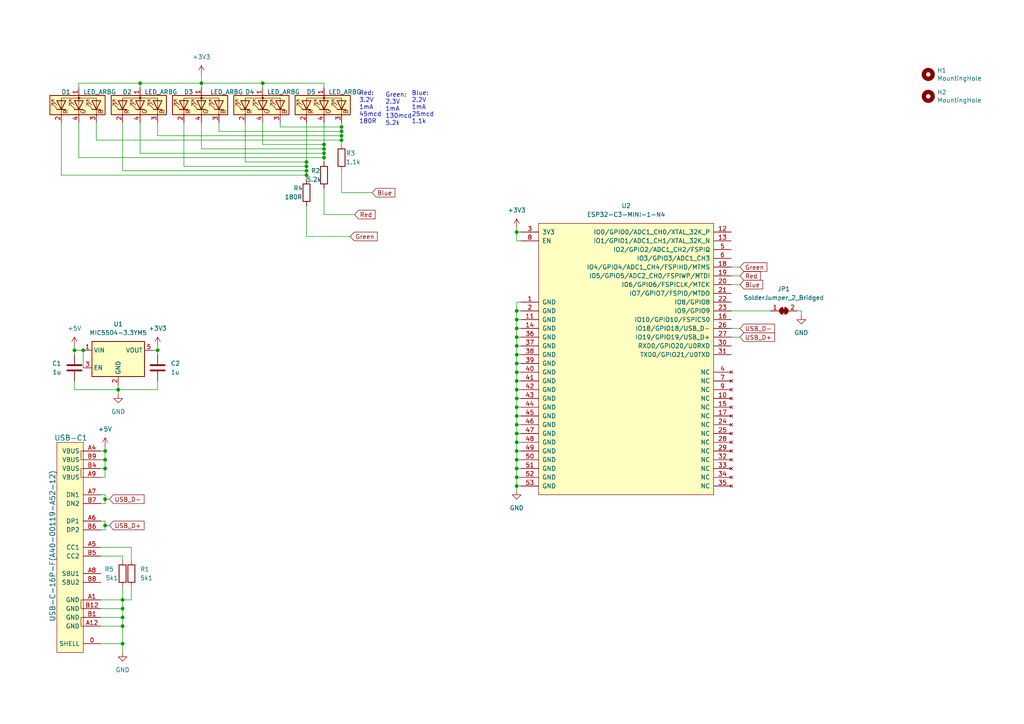
<source format=kicad_sch>
(kicad_sch (version 20230121) (generator eeschema)
  (paper "A4")
  (title_block (title "Rapid Training Target") (date "2023-06-27") (rev "B") (comment 1 "Rev B: Change to integrated MCU") (comment 2 "Rev A: Initial Commit"))
  (lib_symbols
    (symbol "+5V_2" (power) (pin_names (offset 0))
      (property "Value" "+5V_2" (at 0 3.556 0))
      (symbol "+5V_2_0_1"
        (polyline (pts (xy -0.762 1.27) (xy 0 2.54)))
        (polyline (pts (xy 0 0) (xy 0 2.54)))
        (polyline (pts (xy 0 2.54) (xy 0.762 1.27)))
      )
      (symbol "+5V_2_1_1"
        (pin power_in line (at 0 0 90) (length 0) hide (name "+5V") (number "1"))
      )
    )
    (symbol "+5V_3" (power) (pin_names (offset 0))
      (property "Value" "+5V_3" (at 0 3.556 0))
      (symbol "+5V_3_0_1"
        (polyline (pts (xy -0.762 1.27) (xy 0 2.54)))
        (polyline (pts (xy 0 0) (xy 0 2.54)))
        (polyline (pts (xy 0 2.54) (xy 0.762 1.27)))
      )
      (symbol "+5V_3_1_1"
        (pin power_in line (at 0 0 90) (length 0) hide (name "+5V") (number "1"))
      )
    )
    (symbol "Device:C" (pin_numbers hide) (pin_names (offset 0.254))
      (property "Reference" "C" (at 0.635 2.54 0))
      (property "Value" "C" (at 0.635 -2.54 0))
      (symbol "C_0_1"
        (polyline (pts (xy -2.032 -0.762) (xy 2.032 -0.762)) (stroke (width 0.508)))
        (polyline (pts (xy -2.032 0.762) (xy 2.032 0.762)) (stroke (width 0.508)))
      )
      (symbol "C_1_1"
        (pin passive line (at 0 3.81 270) (length 2.794) (name "~") (number "1"))
        (pin passive line (at 0 -3.81 90) (length 2.794) (name "~") (number "2"))
      )
    )
    (symbol "Device:LED_ARBG" (pin_names (offset 0) hide)
      (property "Reference" "D" (at 0 9.398 0))
      (property "Value" "LED_ARBG" (at 0 -8.89 0))
      (symbol "LED_ARBG_0_0"
        (text "B" (at -1.905 -6.35 0) (effects (font (size 1.27 1.27))))
        (text "G" (at -1.905 -1.27 0) (effects (font (size 1.27 1.27))))
        (text "R" (at -1.905 3.81 0) (effects (font (size 1.27 1.27))))
      )
      (symbol "LED_ARBG_0_1"
        (polyline (pts (xy -1.27 -5.08) (xy -2.54 -5.08)))
        (polyline (pts (xy -1.27 -5.08) (xy 1.27 -5.08)))
        (polyline (pts (xy -1.27 -3.81) (xy -1.27 -6.35)) (stroke (width 0.254)))
        (polyline (pts (xy -1.27 0) (xy -2.54 0)))
        (polyline (pts (xy -1.27 1.27) (xy -1.27 -1.27)) (stroke (width 0.254)))
        (polyline (pts (xy -1.27 5.08) (xy -2.54 5.08)))
        (polyline (pts (xy -1.27 5.08) (xy 1.27 5.08)))
        (polyline (pts (xy -1.27 6.35) (xy -1.27 3.81)) (stroke (width 0.254)))
        (polyline (pts (xy 1.27 0) (xy -1.27 0)))
        (polyline (pts (xy 1.27 0) (xy 2.54 0)))
        (polyline (pts (xy -1.27 1.27) (xy -1.27 -1.27) (xy -1.27 -1.27)))
        (polyline (pts (xy -1.27 6.35) (xy -1.27 3.81) (xy -1.27 3.81)))
        (polyline (pts (xy 1.27 -5.08) (xy 2.032 -5.08) (xy 2.032 5.08) (xy 1.27 5.08)))
        (polyline (pts (xy 1.27 -3.81) (xy 1.27 -6.35) (xy -1.27 -5.08) (xy 1.27 -3.81)) (stroke (width 0.254)))
        (polyline (pts (xy 1.27 1.27) (xy 1.27 -1.27) (xy -1.27 0) (xy 1.27 1.27)) (stroke (width 0.254)))
        (polyline (pts (xy 1.27 6.35) (xy 1.27 3.81) (xy -1.27 5.08) (xy 1.27 6.35)) (stroke (width 0.254)))
        (polyline (pts (xy -1.016 -3.81) (xy 0.508 -2.286) (xy -0.254 -2.286) (xy 0.508 -2.286) (xy 0.508 -3.048)))
        (polyline (pts (xy -1.016 1.27) (xy 0.508 2.794) (xy -0.254 2.794) (xy 0.508 2.794) (xy 0.508 2.032)))
        (polyline (pts (xy -1.016 6.35) (xy 0.508 7.874) (xy -0.254 7.874) (xy 0.508 7.874) (xy 0.508 7.112)))
        (polyline (pts (xy 0 -3.81) (xy 1.524 -2.286) (xy 0.762 -2.286) (xy 1.524 -2.286) (xy 1.524 -3.048)))
        (polyline (pts (xy 0 1.27) (xy 1.524 2.794) (xy 0.762 2.794) (xy 1.524 2.794) (xy 1.524 2.032)))
        (polyline (pts (xy 0 6.35) (xy 1.524 7.874) (xy 0.762 7.874) (xy 1.524 7.874) (xy 1.524 7.112)))
        (rectangle (start 1.27 -1.27) (end 1.27 1.27))
        (rectangle (start 1.27 1.27) (end 1.27 1.27))
        (rectangle (start 1.27 3.81) (end 1.27 6.35))
        (rectangle (start 1.27 6.35) (end 1.27 6.35))
        (circle (center 2.032 0) (radius 0.254) (fill (type outline)))
        (rectangle (start 2.794 8.382) (end -2.794 -7.62) (stroke (width 0.254)) (fill (type background)))
      )
      (symbol "LED_ARBG_1_1"
        (pin passive line (at 5.08 0 180) (length 2.54) (name "A") (number "1"))
        (pin passive line (at -5.08 5.08 0) (length 2.54) (name "RK") (number "2"))
        (pin passive line (at -5.08 -5.08 0) (length 2.54) (name "BK") (number "3"))
        (pin passive line (at -5.08 0 0) (length 2.54) (name "GK") (number "4"))
      )
    )
    (symbol "Device:R" (pin_numbers hide) (pin_names (offset 0))
      (property "Reference" "R" (at 2.032 0 90))
      (property "Value" "R" (at 0 0 90))
      (symbol "R_0_1"
        (rectangle (start -1.016 -2.54) (end 1.016 2.54) (stroke (width 0.254)))
      )
      (symbol "R_1_1"
        (pin passive line (at 0 3.81 270) (length 1.27) (name "~") (number "1"))
        (pin passive line (at 0 -3.81 90) (length 1.27) (name "~") (number "2"))
      )
    )
    (symbol "GND_2" (power) (pin_names (offset 0))
      (property "Value" "GND_2" (at 0 -3.81 0))
      (symbol "GND_2_0_1"
        (polyline (pts (xy 0 0) (xy 0 -1.27) (xy 1.27 -1.27) (xy 0 -2.54) (xy -1.27 -1.27) (xy 0 -1.27)))
      )
      (symbol "GND_2_1_1"
        (pin power_in line (at 0 0 270) (length 0) hide (name "GND") (number "1"))
      )
    )
    (symbol "GND_3" (power) (pin_names (offset 0))
      (property "Value" "GND_3" (at 0 -3.81 0))
      (symbol "GND_3_0_1"
        (polyline (pts (xy 0 0) (xy 0 -1.27) (xy 1.27 -1.27) (xy 0 -2.54) (xy -1.27 -1.27) (xy 0 -1.27)))
      )
      (symbol "GND_3_1_1"
        (pin power_in line (at 0 0 270) (length 0) hide (name "GND") (number "1"))
      )
    )
    (symbol "GND_4" (power) (pin_names (offset 0))
      (property "Value" "GND_4" (at 0 -3.81 0))
      (symbol "GND_4_0_1"
        (polyline (pts (xy 0 0) (xy 0 -1.27) (xy 1.27 -1.27) (xy 0 -2.54) (xy -1.27 -1.27) (xy 0 -1.27)))
      )
      (symbol "GND_4_1_1"
        (pin power_in line (at 0 0 270) (length 0) hide (name "GND") (number "1"))
      )
    )
    (symbol "Jumper:SolderJumper_2_Bridged" (pin_names (offset 0) hide)
      (property "Reference" "JP" (at 0 2.032 0))
      (property "Value" "SolderJumper_2_Bridged" (at 0 -2.54 0))
      (symbol "SolderJumper_2_Bridged_0_1"
        (rectangle (start -0.508 0.508) (end 0.508 -0.508) (fill (type outline)))
        (arc (start -0.254 1.016) (mid -1.2656 0) (end -0.254 -1.016))
        (arc (start -0.254 1.016) (mid -1.2656 0) (end -0.254 -1.016) (fill (type outline)))
        (polyline (pts (xy -0.254 1.016) (xy -0.254 -1.016)))
        (polyline (pts (xy 0.254 1.016) (xy 0.254 -1.016)))
        (arc (start 0.254 -1.016) (mid 1.2656 0) (end 0.254 1.016))
        (arc (start 0.254 -1.016) (mid 1.2656 0) (end 0.254 1.016) (fill (type outline)))
      )
      (symbol "SolderJumper_2_Bridged_1_1"
        (pin passive line (at -3.81 0 0) (length 2.54) (name "A") (number "1"))
        (pin passive line (at 3.81 0 180) (length 2.54) (name "B") (number "2"))
      )
    )
    (symbol "Mechanical:MountingHole" (pin_names (offset 1.016))
      (property "Reference" "H" (at 0 5.08 0))
      (property "Value" "MountingHole" (at 0 3.175 0))
      (symbol "MountingHole_0_1"
        (circle (center 0 0) (radius 1.27) (stroke (width 1.27)))
      )
    )
    (symbol "Regulator_Linear:MIC5504-3.3YM5"
      (property "Reference" "U" (at -7.62 8.89 0))
      (property "Value" "MIC5504-3.3YM5" (at -7.62 6.35 0))
      (symbol "MIC5504-3.3YM5_0_1"
        (rectangle (start -7.62 -5.08) (end 7.62 5.08) (stroke (width 0.254)) (fill (type background)))
      )
      (symbol "MIC5504-3.3YM5_1_1"
        (pin power_in line (at -10.16 2.54 0) (length 2.54) (name "VIN") (number "1"))
        (pin power_in line (at 0 -7.62 90) (length 2.54) (name "GND") (number "2"))
        (pin input line (at -10.16 -2.54 0) (length 2.54) (name "EN") (number "3"))
        (pin no_connect line (at 7.62 -2.54 180) (length 2.54) hide (name "NC") (number "4"))
        (pin power_out line (at 10.16 2.54 180) (length 2.54) (name "VOUT") (number "5"))
      )
    )
    (symbol "personal2:ESP32-­C3-­MINI­-1" (pin_names (offset 1.016))
      (property "Reference" "U3" (at 25.4 2.54 0))
      (property "Value" "ESP32-C3-MINI-1-N4" (at 25.4 -81.28 0))
      (symbol "ESP32-­C3-­MINI­-1_0_1"
        (rectangle (start 0 0) (end 50.8 -78.74) (fill (type background)))
      )
      (symbol "ESP32-­C3-­MINI­-1_1_1"
        (pin power_in line (at 55.88 -22.86 180) (length 5.08) (name "GND") (number "1"))
        (pin no_connect line (at -5.08 -50.8 0) (length 5.08) (name "NC") (number "10"))
        (pin power_in line (at 55.88 -27.94 180) (length 5.08) (name "GND") (number "11"))
        (pin bidirectional line (at -5.08 -2.54 0) (length 5.08) (name "IO0/GPIO0/ADC1_CH0/XTAL_32K_P") (number "12"))
        (pin bidirectional line (at -5.08 -5.08 0) (length 5.08) (name "IO1/GPIO1/ADC1_CH1/XTAL_32K_N") (number "13"))
        (pin power_in line (at 55.88 -30.48 180) (length 5.08) (name "GND") (number "14"))
        (pin no_connect line (at -5.08 -53.34 0) (length 5.08) (name "NC") (number "15"))
        (pin bidirectional line (at -5.08 -27.94 0) (length 5.08) (name "IO10/GPIO10/FSPICS0") (number "16"))
        (pin no_connect line (at -5.08 -55.88 0) (length 5.08) (name "NC") (number "17"))
        (pin bidirectional line (at -5.08 -12.7 0) (length 5.08) (name "IO4/GPIO4/ADC1_CH4/FSPIHD/MTMS") (number "18"))
        (pin bidirectional line (at -5.08 -15.24 0) (length 5.08) (name "IO5/GPIO5/ADC2_CH0/FSPIWP/MTDI") (number "19"))
        (pin power_in line (at 55.88 -25.4 180) (length 5.08) (name "GND") (number "2"))
        (pin bidirectional line (at -5.08 -17.78 0) (length 5.08) (name "IO6/GPIO6/FSPICLK/MTCK") (number "20"))
        (pin bidirectional line (at -5.08 -20.32 0) (length 5.08) (name "IO7/GPIO7/FSPID/MTDO") (number "21"))
        (pin bidirectional line (at -5.08 -22.86 0) (length 5.08) (name "IO8/GPIO8") (number "22"))
        (pin bidirectional line (at -5.08 -25.4 0) (length 5.08) (name "IO9/GPIO9") (number "23"))
        (pin no_connect line (at -5.08 -58.42 0) (length 5.08) (name "NC") (number "24"))
        (pin no_connect line (at -5.08 -60.96 0) (length 5.08) (name "NC") (number "25"))
        (pin bidirectional line (at -5.08 -30.48 0) (length 5.08) (name "IO18/GPIO18/USB_D-") (number "26"))
        (pin bidirectional line (at -5.08 -33.02 0) (length 5.08) (name "IO19/GPIO19/USB_D+") (number "27"))
        (pin no_connect line (at -5.08 -63.5 0) (length 5.08) (name "NC") (number "28"))
        (pin no_connect line (at -5.08 -66.04 0) (length 5.08) (name "NC") (number "29"))
        (pin power_in line (at 55.88 -2.54 180) (length 5.08) (name "3V3") (number "3"))
        (pin bidirectional line (at -5.08 -35.56 0) (length 5.08) (name "RXD0/GPIO20/U0RXD") (number "30"))
        (pin bidirectional line (at -5.08 -38.1 0) (length 5.08) (name "TXD0/GPIO21/U0TXD") (number "31"))
        (pin no_connect line (at -5.08 -68.58 0) (length 5.08) (name "NC") (number "32"))
        (pin no_connect line (at -5.08 -71.12 0) (length 5.08) (name "NC") (number "33"))
        (pin no_connect line (at -5.08 -73.66 0) (length 5.08) (name "NC") (number "34"))
        (pin no_connect line (at -5.08 -76.2 0) (length 5.08) (name "NC") (number "35"))
        (pin power_in line (at 55.88 -33.02 180) (length 5.08) (name "GND") (number "36"))
        (pin power_in line (at 55.88 -35.56 180) (length 5.08) (name "GND") (number "37"))
        (pin power_in line (at 55.88 -38.1 180) (length 5.08) (name "GND") (number "38"))
        (pin power_in line (at 55.88 -40.64 180) (length 5.08) (name "GND") (number "39"))
        (pin no_connect line (at -5.08 -43.18 0) (length 5.08) (name "NC") (number "4"))
        (pin power_in line (at 55.88 -43.18 180) (length 5.08) (name "GND") (number "40"))
        (pin power_in line (at 55.88 -45.72 180) (length 5.08) (name "GND") (number "41"))
        (pin power_in line (at 55.88 -48.26 180) (length 5.08) (name "GND") (number "42"))
        (pin power_in line (at 55.88 -50.8 180) (length 5.08) (name "GND") (number "43"))
        (pin power_in line (at 55.88 -53.34 180) (length 5.08) (name "GND") (number "44"))
        (pin power_in line (at 55.88 -55.88 180) (length 5.08) (name "GND") (number "45"))
        (pin power_in line (at 55.88 -58.42 180) (length 5.08) (name "GND") (number "46"))
        (pin power_in line (at 55.88 -60.96 180) (length 5.08) (name "GND") (number "47"))
        (pin power_in line (at 55.88 -63.5 180) (length 5.08) (name "GND") (number "48"))
        (pin power_in line (at 55.88 -66.04 180) (length 5.08) (name "GND") (number "49"))
        (pin bidirectional line (at -5.08 -7.62 0) (length 5.08) (name "IO2/GPIO2/ADC1_CH2/FSPIQ") (number "5"))
        (pin power_in line (at 55.88 -68.58 180) (length 5.08) (name "GND") (number "50"))
        (pin power_in line (at 55.88 -71.12 180) (length 5.08) (name "GND") (number "51"))
        (pin power_in line (at 55.88 -73.66 180) (length 5.08) (name "GND") (number "52"))
        (pin power_in line (at 55.88 -76.2 180) (length 5.08) (name "GND") (number "53"))
        (pin bidirectional line (at -5.08 -10.16 0) (length 5.08) (name "IO3/GPIO3/ADC1_CH3") (number "6"))
        (pin no_connect line (at -5.08 -45.72 0) (length 5.08) (name "NC") (number "7"))
        (pin input line (at 55.88 -5.08 180) (length 5.08) (name "EN") (number "8"))
        (pin no_connect line (at -5.08 -48.26 0) (length 5.08) (name "NC") (number "9"))
      )
    )
    (symbol "personal2:USB2.0_TYPE-C(A40-00119-A52-12)" (pin_names (offset 1.016))
      (property "Reference" "USB-C1" (at -5.08 33.02 0))
      (property "Value" "USB-C-16P-F(A40-00119-A52-12)" (at 7.62 -22.86 90))
      (symbol "USB2.0_TYPE-C(A40-00119-A52-12)_0_1"
        (rectangle (start -2.54 30.48) (end 5.08 -30.48) (fill (type background)))
        (polyline (pts (xy -2.54 -20.32) (xy -1.905 -20.32) (xy -1.905 -22.86) (xy -2.54 -22.86)))
        (polyline (pts (xy -2.54 -15.24) (xy -1.905 -15.24) (xy -1.905 -17.78) (xy -2.54 -17.78)))
        (polyline (pts (xy -2.54 22.86) (xy -1.905 22.86) (xy -1.905 20.32) (xy -2.54 20.32)))
        (polyline (pts (xy -2.54 27.94) (xy -1.905 27.94) (xy -1.905 25.4) (xy -2.54 25.4)))
      )
      (symbol "USB2.0_TYPE-C(A40-00119-A52-12)_1_1"
        (pin passive line (at -7.62 -27.94 0) (length 5.08) (name "SHELL") (number "0"))
        (pin power_in line (at -7.62 -15.24 0) (length 5.08) (name "GND") (number "A1"))
        (pin power_in line (at -7.62 -22.86 0) (length 5.08) (name "GND") (number "A12"))
        (pin power_in line (at -7.62 27.94 0) (length 5.08) (name "VBUS") (number "A4"))
        (pin input line (at -7.62 0 0) (length 5.08) (name "CC1") (number "A5"))
        (pin bidirectional line (at -7.62 7.62 0) (length 5.08) (name "DP1") (number "A6"))
        (pin bidirectional line (at -7.62 15.24 0) (length 5.08) (name "DN1") (number "A7"))
        (pin bidirectional line (at -7.62 -7.62 0) (length 5.08) (name "SBU1") (number "A8"))
        (pin power_in line (at -7.62 20.32 0) (length 5.08) (name "VBUS") (number "A9"))
        (pin power_in line (at -7.62 -20.32 0) (length 5.08) (name "GND") (number "B1"))
        (pin power_in line (at -7.62 -17.78 0) (length 5.08) (name "GND") (number "B12"))
        (pin power_in line (at -7.62 22.86 0) (length 5.08) (name "VBUS") (number "B4"))
        (pin input line (at -7.62 -2.54 0) (length 5.08) (name "CC2") (number "B5"))
        (pin bidirectional line (at -7.62 5.08 0) (length 5.08) (name "DP2") (number "B6"))
        (pin bidirectional line (at -7.62 12.7 0) (length 5.08) (name "DN2") (number "B7"))
        (pin bidirectional line (at -7.62 -10.16 0) (length 5.08) (name "SBU2") (number "B8"))
        (pin power_in line (at -7.62 25.4 0) (length 5.08) (name "VBUS") (number "B9"))
      )
    )
    (symbol "power:+3V3" (power) (pin_names (offset 0))
      (property "Value" "+3V3" (at 0 3.556 0))
      (symbol "+3V3_0_1"
        (polyline (pts (xy -0.762 1.27) (xy 0 2.54)))
        (polyline (pts (xy 0 0) (xy 0 2.54)))
        (polyline (pts (xy 0 2.54) (xy 0.762 1.27)))
      )
      (symbol "+3V3_1_1"
        (pin power_in line (at 0 0 90) (length 0) hide (name "+3V3") (number "1"))
      )
    )
  )
  (junction (at 149.86 113.03))
  (junction (at 76.2 24.13))
  (junction (at 149.86 105.41))
  (junction (at 35.56 176.53))
  (junction (at 149.86 90.17))
  (junction (at 88.9 49.53))
  (junction (at 34.29 113.03))
  (junction (at 149.86 115.57))
  (junction (at 149.86 92.71))
  (junction (at 149.86 123.19))
  (junction (at 45.72 101.6))
  (junction (at 149.86 120.65))
  (junction (at 21.59 101.6))
  (junction (at 149.86 102.87))
  (junction (at 99.06 39.37))
  (junction (at 149.86 95.25))
  (junction (at 88.9 50.8))
  (junction (at 149.86 125.73))
  (junction (at 88.9 48.26))
  (junction (at 149.86 97.79))
  (junction (at 149.86 107.95))
  (junction (at 24.13 101.6))
  (junction (at 30.48 144.78))
  (junction (at 149.86 128.27))
  (junction (at 149.86 140.97))
  (junction (at 149.86 130.81))
  (junction (at 149.86 118.11))
  (junction (at 58.42 24.13))
  (junction (at 30.48 135.89))
  (junction (at 149.86 67.31))
  (junction (at 35.56 173.99))
  (junction (at 93.98 44.45))
  (junction (at 30.48 152.4))
  (junction (at 35.56 186.69))
  (junction (at 99.06 36.83))
  (junction (at 149.86 135.89))
  (junction (at 93.98 41.91))
  (junction (at 93.98 43.18))
  (junction (at 99.06 38.1))
  (junction (at 99.06 40.64))
  (junction (at 149.86 110.49))
  (junction (at 88.9 46.99))
  (junction (at 35.56 181.61))
  (junction (at 149.86 100.33))
  (junction (at 30.48 133.35))
  (junction (at 30.48 130.81))
  (junction (at 93.98 45.72))
  (junction (at 149.86 133.35))
  (junction (at 40.64 24.13))
  (junction (at 149.86 138.43))
  (junction (at 35.56 179.07))
  (wire (pts (xy 35.56 179.07) (xy 35.56 176.53)))
  (wire (pts (xy 151.13 107.95) (xy 149.86 107.95)))
  (wire (pts (xy 58.42 21.59) (xy 58.42 24.13)))
  (wire (pts (xy 71.12 35.56) (xy 71.12 46.99)))
  (wire (pts (xy 30.48 152.4) (xy 31.75 152.4)))
  (wire (pts (xy 151.13 69.85) (xy 149.86 69.85)))
  (wire (pts (xy 149.86 125.73) (xy 149.86 128.27)))
  (wire (pts (xy 231.14 90.17) (xy 232.41 90.17)))
  (wire (pts (xy 93.98 41.91) (xy 93.98 43.18)))
  (wire (pts (xy 151.13 138.43) (xy 149.86 138.43)))
  (wire (pts (xy 212.09 97.79) (xy 214.63 97.79)))
  (wire (pts (xy 30.48 138.43) (xy 30.48 135.89)))
  (wire (pts (xy 35.56 173.99) (xy 29.21 173.99)))
  (wire (pts (xy 149.86 128.27) (xy 149.86 130.81)))
  (wire (pts (xy 27.94 35.56) (xy 27.94 40.64)))
  (wire (pts (xy 149.86 138.43) (xy 149.86 140.97)))
  (wire (pts (xy 212.09 95.25) (xy 214.63 95.25)))
  (wire (pts (xy 30.48 144.78) (xy 31.75 144.78)))
  (wire (pts (xy 99.06 35.56) (xy 99.06 36.83)))
  (wire (pts (xy 151.13 110.49) (xy 149.86 110.49)))
  (wire (pts (xy 151.13 135.89) (xy 149.86 135.89)))
  (wire (pts (xy 149.86 105.41) (xy 149.86 107.95)))
  (wire (pts (xy 76.2 35.56) (xy 76.2 41.91)))
  (wire (pts (xy 149.86 140.97) (xy 149.86 142.24)))
  (wire (pts (xy 149.86 120.65) (xy 149.86 123.19)))
  (wire (pts (xy 38.1 173.99) (xy 35.56 173.99)))
  (wire (pts (xy 149.86 130.81) (xy 149.86 133.35)))
  (wire (pts (xy 45.72 110.49) (xy 45.72 113.03)))
  (wire (pts (xy 212.09 82.55) (xy 214.63 82.55)))
  (wire (pts (xy 30.48 143.51) (xy 30.48 144.78)))
  (wire (pts (xy 151.13 128.27) (xy 149.86 128.27)))
  (wire (pts (xy 58.42 35.56) (xy 58.42 43.18)))
  (wire (pts (xy 45.72 113.03) (xy 34.29 113.03)))
  (wire (pts (xy 29.21 176.53) (xy 35.56 176.53)))
  (wire (pts (xy 88.9 48.26) (xy 88.9 49.53)))
  (wire (pts (xy 22.86 35.56) (xy 22.86 45.72)))
  (wire (pts (xy 93.98 44.45) (xy 93.98 45.72)))
  (wire (pts (xy 212.09 90.17) (xy 223.52 90.17)))
  (wire (pts (xy 29.21 143.51) (xy 30.48 143.51)))
  (wire (pts (xy 30.48 152.4) (xy 30.48 153.67)))
  (wire (pts (xy 151.13 118.11) (xy 149.86 118.11)))
  (wire (pts (xy 149.86 69.85) (xy 149.86 67.31)))
  (wire (pts (xy 30.48 130.81) (xy 30.48 133.35)))
  (wire (pts (xy 93.98 35.56) (xy 93.98 41.91)))
  (wire (pts (xy 21.59 113.03) (xy 34.29 113.03)))
  (wire (pts (xy 63.5 35.56) (xy 63.5 38.1)))
  (wire (pts (xy 151.13 100.33) (xy 149.86 100.33)))
  (wire (pts (xy 151.13 67.31) (xy 149.86 67.31)))
  (wire (pts (xy 151.13 92.71) (xy 149.86 92.71)))
  (wire (pts (xy 149.86 102.87) (xy 149.86 105.41)))
  (wire (pts (xy 149.86 133.35) (xy 149.86 135.89)))
  (wire (pts (xy 30.48 129.54) (xy 30.48 130.81)))
  (wire (pts (xy 151.13 90.17) (xy 149.86 90.17)))
  (wire (pts (xy 24.13 106.68) (xy 24.13 101.6)))
  (wire (pts (xy 151.13 133.35) (xy 149.86 133.35)))
  (wire (pts (xy 151.13 102.87) (xy 149.86 102.87)))
  (wire (pts (xy 212.09 80.01) (xy 214.63 80.01)))
  (wire (pts (xy 35.56 35.56) (xy 35.56 49.53)))
  (wire (pts (xy 212.09 77.47) (xy 214.63 77.47)))
  (wire (pts (xy 34.29 111.76) (xy 34.29 113.03)))
  (wire (pts (xy 99.06 55.88) (xy 107.95 55.88)))
  (wire (pts (xy 29.21 153.67) (xy 30.48 153.67)))
  (wire (pts (xy 58.42 25.4) (xy 58.42 24.13)))
  (wire (pts (xy 29.21 181.61) (xy 35.56 181.61)))
  (wire (pts (xy 99.06 39.37) (xy 99.06 40.64)))
  (wire (pts (xy 29.21 151.13) (xy 30.48 151.13)))
  (wire (pts (xy 21.59 110.49) (xy 21.59 113.03)))
  (wire (pts (xy 149.86 123.19) (xy 149.86 125.73)))
  (wire (pts (xy 38.1 158.75) (xy 38.1 162.56)))
  (wire (pts (xy 149.86 90.17) (xy 149.86 92.71)))
  (wire (pts (xy 151.13 97.79) (xy 149.86 97.79)))
  (wire (pts (xy 45.72 101.6) (xy 45.72 100.33)))
  (wire (pts (xy 30.48 133.35) (xy 30.48 135.89)))
  (wire (pts (xy 93.98 45.72) (xy 93.98 46.99)))
  (wire (pts (xy 76.2 25.4) (xy 76.2 24.13)))
  (wire (pts (xy 22.86 25.4) (xy 22.86 24.13)))
  (wire (pts (xy 17.78 50.8) (xy 88.9 50.8)))
  (wire (pts (xy 21.59 101.6) (xy 21.59 100.33)))
  (wire (pts (xy 45.72 35.56) (xy 45.72 39.37)))
  (wire (pts (xy 30.48 135.89) (xy 29.21 135.89)))
  (wire (pts (xy 88.9 59.69) (xy 88.9 68.58)))
  (wire (pts (xy 99.06 49.53) (xy 99.06 55.88)))
  (wire (pts (xy 93.98 25.4) (xy 93.98 24.13)))
  (wire (pts (xy 53.34 48.26) (xy 88.9 48.26)))
  (wire (pts (xy 21.59 101.6) (xy 21.59 102.87)))
  (wire (pts (xy 151.13 95.25) (xy 149.86 95.25)))
  (wire (pts (xy 58.42 24.13) (xy 40.64 24.13)))
  (wire (pts (xy 63.5 38.1) (xy 99.06 38.1)))
  (wire (pts (xy 30.48 144.78) (xy 30.48 146.05)))
  (wire (pts (xy 149.86 107.95) (xy 149.86 110.49)))
  (wire (pts (xy 35.56 176.53) (xy 35.56 173.99)))
  (wire (pts (xy 71.12 46.99) (xy 88.9 46.99)))
  (wire (pts (xy 149.86 118.11) (xy 149.86 120.65)))
  (wire (pts (xy 149.86 135.89) (xy 149.86 138.43)))
  (wire (pts (xy 35.56 181.61) (xy 35.56 179.07)))
  (wire (pts (xy 22.86 24.13) (xy 40.64 24.13)))
  (wire (pts (xy 151.13 105.41) (xy 149.86 105.41)))
  (wire (pts (xy 151.13 130.81) (xy 149.86 130.81)))
  (wire (pts (xy 81.28 35.56) (xy 81.28 36.83)))
  (wire (pts (xy 35.56 161.29) (xy 29.21 161.29)))
  (wire (pts (xy 29.21 138.43) (xy 30.48 138.43)))
  (wire (pts (xy 151.13 125.73) (xy 149.86 125.73)))
  (wire (pts (xy 93.98 62.23) (xy 102.87 62.23)))
  (wire (pts (xy 88.9 49.53) (xy 88.9 50.8)))
  (wire (pts (xy 93.98 54.61) (xy 93.98 62.23)))
  (wire (pts (xy 40.64 44.45) (xy 93.98 44.45)))
  (wire (pts (xy 151.13 120.65) (xy 149.86 120.65)))
  (wire (pts (xy 38.1 170.18) (xy 38.1 173.99)))
  (wire (pts (xy 81.28 36.83) (xy 99.06 36.83)))
  (wire (pts (xy 149.86 97.79) (xy 149.86 100.33)))
  (wire (pts (xy 149.86 87.63) (xy 149.86 90.17)))
  (wire (pts (xy 24.13 101.6) (xy 21.59 101.6)))
  (wire (pts (xy 35.56 170.18) (xy 35.56 173.99)))
  (wire (pts (xy 151.13 140.97) (xy 149.86 140.97)))
  (wire (pts (xy 149.86 110.49) (xy 149.86 113.03)))
  (wire (pts (xy 149.86 95.25) (xy 149.86 97.79)))
  (wire (pts (xy 35.56 162.56) (xy 35.56 161.29)))
  (wire (pts (xy 53.34 35.56) (xy 53.34 48.26)))
  (wire (pts (xy 44.45 101.6) (xy 45.72 101.6)))
  (wire (pts (xy 149.86 113.03) (xy 149.86 115.57)))
  (wire (pts (xy 29.21 158.75) (xy 38.1 158.75)))
  (wire (pts (xy 232.41 90.17) (xy 232.41 91.44)))
  (wire (pts (xy 40.64 24.13) (xy 40.64 25.4)))
  (wire (pts (xy 29.21 179.07) (xy 35.56 179.07)))
  (wire (pts (xy 22.86 45.72) (xy 93.98 45.72)))
  (wire (pts (xy 151.13 113.03) (xy 149.86 113.03)))
  (wire (pts (xy 149.86 100.33) (xy 149.86 102.87)))
  (wire (pts (xy 88.9 50.8) (xy 88.9 52.07)))
  (wire (pts (xy 151.13 87.63) (xy 149.86 87.63)))
  (wire (pts (xy 35.56 186.69) (xy 35.56 181.61)))
  (wire (pts (xy 151.13 115.57) (xy 149.86 115.57)))
  (wire (pts (xy 58.42 43.18) (xy 93.98 43.18)))
  (wire (pts (xy 45.72 101.6) (xy 45.72 102.87)))
  (wire (pts (xy 35.56 186.69) (xy 35.56 189.23)))
  (wire (pts (xy 29.21 186.69) (xy 35.56 186.69)))
  (wire (pts (xy 149.86 92.71) (xy 149.86 95.25)))
  (wire (pts (xy 149.86 67.31) (xy 149.86 66.04)))
  (wire (pts (xy 17.78 35.56) (xy 17.78 50.8)))
  (wire (pts (xy 149.86 115.57) (xy 149.86 118.11)))
  (wire (pts (xy 93.98 43.18) (xy 93.98 44.45)))
  (wire (pts (xy 27.94 40.64) (xy 99.06 40.64)))
  (wire (pts (xy 30.48 151.13) (xy 30.48 152.4)))
  (wire (pts (xy 29.21 130.81) (xy 30.48 130.81)))
  (wire (pts (xy 45.72 39.37) (xy 99.06 39.37)))
  (wire (pts (xy 35.56 49.53) (xy 88.9 49.53)))
  (wire (pts (xy 34.29 114.3) (xy 34.29 113.03)))
  (wire (pts (xy 76.2 24.13) (xy 93.98 24.13)))
  (wire (pts (xy 99.06 40.64) (xy 99.06 41.91)))
  (wire (pts (xy 40.64 35.56) (xy 40.64 44.45)))
  (wire (pts (xy 76.2 41.91) (xy 93.98 41.91)))
  (wire (pts (xy 29.21 133.35) (xy 30.48 133.35)))
  (wire (pts (xy 99.06 36.83) (xy 99.06 38.1)))
  (wire (pts (xy 88.9 46.99) (xy 88.9 48.26)))
  (wire (pts (xy 88.9 35.56) (xy 88.9 46.99)))
  (wire (pts (xy 88.9 68.58) (xy 101.6 68.58)))
  (wire (pts (xy 151.13 123.19) (xy 149.86 123.19)))
  (wire (pts (xy 29.21 146.05) (xy 30.48 146.05)))
  (wire (pts (xy 58.42 24.13) (xy 76.2 24.13)))
  (wire (pts (xy 99.06 38.1) (xy 99.06 39.37)))
  (text "Green:\n2.3V\n1mA\n130mcd\n5.2k\n\n\n" (at 111.76 40.64 0) (effects (font (size 1.27 1.27)) (justify left bottom)))
  (text "Blue:\n2.2V\n1mA\n25mcd\n1.1k\n\n" (at 119.38 38.1 0) (effects (font (size 1.27 1.27)) (justify left bottom)))
  (text "Red:\n3.2V\n1mA\n45mcd\n180R\n\n" (at 104.14 38.1 0) (effects (font (size 1.27 1.27)) (justify left bottom)))
  (global_label "Green" (shape input) (at 214.63 77.47 0) (property "Intersheetrefs" "${INTERSHEET_REFS}" (effects hide)))
  (global_label "USB_D+" (shape input) (at 214.63 97.79 0) (property "Intersheetrefs" "${INTERSHEET_REFS}" (effects hide)))
  (global_label "Blue" (shape input) (at 107.95 55.88 0) (property "Intersheetrefs" "${INTERSHEET_REFS}" (effects hide)))
  (global_label "Blue" (shape input) (at 214.63 82.55 0) (property "Intersheetrefs" "${INTERSHEET_REFS}" (effects hide)))
  (global_label "USB_D-" (shape input) (at 31.75 144.78 0) (property "Intersheetrefs" "${INTERSHEET_REFS}" (effects hide)))
  (global_label "Green" (shape input) (at 101.6 68.58 0) (property "Intersheetrefs" "${INTERSHEET_REFS}" (effects hide)))
  (global_label "USB_D-" (shape input) (at 214.63 95.25 0) (property "Intersheetrefs" "${INTERSHEET_REFS}" (effects hide)))
  (global_label "Red" (shape input) (at 102.87 62.23 0) (property "Intersheetrefs" "${INTERSHEET_REFS}" (effects hide)))
  (global_label "Red" (shape input) (at 214.63 80.01 0) (property "Intersheetrefs" "${INTERSHEET_REFS}" (effects hide)))
  (global_label "USB_D+" (shape input) (at 31.75 152.4 0) (property "Intersheetrefs" "${INTERSHEET_REFS}" (effects hide)))
  (symbol (lib_id "Jumper:SolderJumper_2_Bridged") (at 227.33 90.17 0) (unit 1)
    (property "Reference" "JP1" (at 227.33 83.82 0))
    (property "Value" "SolderJumper_2_Bridged" (at 227.33 86.36 0))
    (property "Footprint" "Jumper:SolderJumper-2_P1.3mm_Bridged_RoundedPad1.0x1.5mm" (effects hide))
  )
  (symbol (lib_name "GND_4") (lib_id "power:GND") (at 232.41 91.44 0) (unit 1)
    (property "Reference" "#PWR03" (effects hide))
    (property "Value" "GND" (at 232.41 96.52 0))
  )
  (symbol (lib_id "Device:LED_ARBG") (at 40.64 30.48 90) (unit 1)
    (property "Reference" "D2" (at 35.56 26.67 90) (effects (justify right)))
    (property "Value" "LED_ARBG" (at 41.91 26.67 90) (effects (justify right)))
    (property "Footprint" "Personal:DIODFN4_100X100X35L29X29N" (effects hide))
  )
  (symbol (lib_id "Device:R") (at 38.1 166.37 0) (mirror y) (unit 1)
    (property "Reference" "R1" (at 40.64 165.1 0) (effects (justify right)))
    (property "Value" "5k1" (at 40.64 167.64 0) (effects (justify right)))
    (property "Footprint" "Resistor_SMD:R_0603_1608Metric" (effects hide))
  )
  (symbol (lib_id "Device:C") (at 45.72 106.68 0) (unit 1)
    (property "Reference" "C2" (at 49.53 105.41 0) (effects (justify left)))
    (property "Value" "1u" (at 49.53 107.95 0) (effects (justify left)))
    (property "Footprint" "Capacitor_SMD:C_0603_1608Metric" (effects hide))
  )
  (symbol (lib_id "personal2:USB2.0_TYPE-C(A40-00119-A52-12)") (at 21.59 158.75 0) (mirror y) (unit 1)
    (property "Reference" "USB-C1" (at 25.4 127 0) (effects (font (size 1.524 1.524)) (justify left)))
    (property "Value" "USB-C-16P-F(A40-00119-A52-12)" (at 15.24 180.34 90) (effects (font (size 1.524 1.524)) (justify left)))
    (property "Footprint" "Personal:USB2.0_TYPE-C(A40-00119-A52-12)" (effects hide))
    (property "Datasheet" "https://gct.co/connector/usb4105" (effects hide))
  )
  (symbol (lib_id "Mechanical:MountingHole") (at 269.24 21.59 0) (unit 1)
    (property "Reference" "H1" (at 271.78 20.4216 0) (effects (justify left)))
    (property "Value" "MountingHole" (at 271.78 22.733 0) (effects (justify left)))
    (property "Footprint" "MountingHole:MountingHole_3.2mm_M3_DIN965_Pad" (effects hide))
  )
  (symbol (lib_id "Mechanical:MountingHole") (at 269.24 27.94 0) (unit 1)
    (property "Reference" "H2" (at 271.78 26.7716 0) (effects (justify left)))
    (property "Value" "MountingHole" (at 271.78 29.083 0) (effects (justify left)))
    (property "Footprint" "MountingHole:MountingHole_3.2mm_M3_DIN965_Pad" (effects hide))
  )
  (symbol (lib_id "Device:LED_ARBG") (at 93.98 30.48 90) (unit 1)
    (property "Reference" "D5" (at 88.9 26.67 90) (effects (justify right)))
    (property "Value" "LED_ARBG" (at 95.25 26.67 90) (effects (justify right)))
    (property "Footprint" "Personal:DIODFN4_100X100X35L29X29N" (effects hide))
  )
  (symbol (lib_id "Device:LED_ARBG") (at 76.2 30.48 90) (unit 1)
    (property "Reference" "D4" (at 71.12 26.67 90) (effects (justify right)))
    (property "Value" "LED_ARBG" (at 77.47 26.67 90) (effects (justify right)))
    (property "Footprint" "Personal:DIODFN4_100X100X35L29X29N" (effects hide))
  )
  (symbol (lib_id "power:+3V3") (at 149.86 66.04 0) (unit 1)
    (property "Reference" "#PWR013" (effects hide))
    (property "Value" "+3V3" (at 149.86 60.96 0))
  )
  (symbol (lib_name "GND_3") (lib_id "power:GND") (at 34.29 114.3 0) (unit 1)
    (property "Reference" "#PWR010" (effects hide))
    (property "Value" "GND" (at 34.29 119.38 0))
  )
  (symbol (lib_id "power:+3V3") (at 58.42 21.59 0) (unit 1)
    (property "Reference" "#PWR02" (effects hide))
    (property "Value" "+3V3" (at 58.42 16.51 0))
  )
  (symbol (lib_name "+5V_2") (lib_id "power:+5V") (at 30.48 129.54 0) (unit 1)
    (property "Reference" "#PWR07" (effects hide))
    (property "Value" "+5V" (at 30.48 124.46 0))
  )
  (symbol (lib_id "Device:R") (at 88.9 55.88 0) (unit 1)
    (property "Reference" "R4" (at 85.09 54.61 0) (effects (justify left)))
    (property "Value" "180R" (at 82.55 57.15 0) (effects (justify left)))
    (property "Footprint" "Resistor_SMD:R_0603_1608Metric" (effects hide))
  )
  (symbol (lib_id "Device:LED_ARBG") (at 58.42 30.48 90) (unit 1)
    (property "Reference" "D3" (at 53.34 26.67 90) (effects (justify right)))
    (property "Value" "LED_ARBG" (at 60.96 26.67 90) (effects (justify right)))
    (property "Footprint" "Personal:DIODFN4_100X100X35L29X29N" (effects hide))
  )
  (symbol (lib_id "Device:LED_ARBG") (at 22.86 30.48 90) (unit 1)
    (property "Reference" "D1" (at 17.78 26.67 90) (effects (justify right)))
    (property "Value" "LED_ARBG" (at 24.13 26.67 90) (effects (justify right)))
    (property "Footprint" "Personal:DIODFN4_100X100X35L29X29N" (effects hide))
  )
  (symbol (lib_id "Device:R") (at 99.06 45.72 0) (unit 1)
    (property "Reference" "R3" (at 100.33 44.45 0) (effects (justify left)))
    (property "Value" "1.1k" (at 100.33 46.99 0) (effects (justify left)))
    (property "Footprint" "Resistor_SMD:R_0603_1608Metric" (effects hide))
  )
  (symbol (lib_name "+5V_3") (lib_id "power:+5V") (at 21.59 100.33 0) (unit 1)
    (property "Reference" "#PWR08" (effects hide))
    (property "Value" "+5V" (at 21.59 95.25 0))
  )
  (symbol (lib_name "GND_4") (lib_id "power:GND") (at 149.86 142.24 0) (unit 1)
    (property "Reference" "#PWR012" (effects hide))
    (property "Value" "GND" (at 149.86 147.32 0))
  )
  (symbol (lib_id "personal2:ESP32-­C3-­MINI­-1") (at 207.01 64.77 0) (mirror y) (unit 1)
    (property "Reference" "U2" (at 181.61 59.69 0))
    (property "Value" "ESP32-C3-MINI-1-N4" (at 181.61 62.23 0))
    (property "Footprint" "Personal:ESP32-­C3-­MINI­-1" (effects hide))
  )
  (symbol (lib_id "Device:C") (at 21.59 106.68 0) (mirror y) (unit 1)
    (property "Reference" "C1" (at 17.78 105.41 0) (effects (justify left)))
    (property "Value" "1u" (at 17.78 107.95 0) (effects (justify left)))
    (property "Footprint" "Capacitor_SMD:C_0603_1608Metric" (effects hide))
  )
  (symbol (lib_id "Device:R") (at 35.56 166.37 0) (unit 1)
    (property "Reference" "R5" (at 33.02 165.1 0) (effects (justify right)))
    (property "Value" "5k1" (at 34.29 167.64 0) (effects (justify right)))
    (property "Footprint" "Resistor_SMD:R_0603_1608Metric" (effects hide))
  )
  (symbol (lib_id "Regulator_Linear:MIC5504-3.3YM5") (at 34.29 104.14 0) (unit 1)
    (property "Reference" "U1" (at 34.29 93.98 0))
    (property "Value" "MIC5504-3.3YM5" (at 34.29 96.52 0))
    (property "Footprint" "Package_TO_SOT_SMD:SOT-23-5" (effects hide))
    (property "Datasheet" "http://ww1.microchip.com/downloads/en/DeviceDoc/MIC550X.pdf" (effects hide))
  )
  (symbol (lib_id "Device:R") (at 93.98 50.8 0) (unit 1)
    (property "Reference" "R2" (at 90.17 49.53 0) (effects (justify left)))
    (property "Value" "5.2k" (at 88.9 52.07 0) (effects (justify left)))
    (property "Footprint" "Resistor_SMD:R_0603_1608Metric" (effects hide))
  )
  (symbol (lib_name "GND_2") (lib_id "power:GND") (at 35.56 189.23 0) (unit 1)
    (property "Reference" "#PWR06" (effects hide))
    (property "Value" "GND" (at 35.56 194.31 0))
  )
  (symbol (lib_id "power:+3V3") (at 45.72 100.33 0) (unit 1)
    (property "Reference" "#PWR01" (effects hide))
    (property "Value" "+3V3" (at 45.72 95.25 0))
  )
)
</source>
